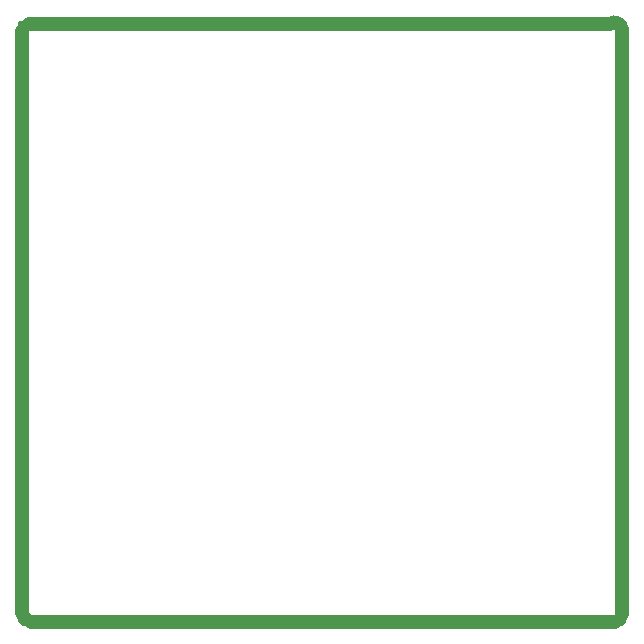
<source format=gm1>
G04 Layer_Color=16711935*
%FSLAX44Y44*%
%MOMM*%
G71*
G01*
G75*
%ADD50C,1.2000*%
D50*
X501300Y492760D02*
G03*
X491608Y497490I-6000J0D01*
G01*
X501300Y492760D02*
G03*
X491608Y497490I-6000J0D01*
G01*
X495300Y-8540D02*
G03*
X501300Y-2540I0J6000D01*
G01*
X495300Y-8540D02*
G03*
X501300Y-2540I0J6000D01*
G01*
X0Y497490D02*
G03*
X-6000Y491490I0J-6000D01*
G01*
X0Y497490D02*
G03*
X-6000Y491490I0J-6000D01*
G01*
Y-1270D02*
G03*
X-4243Y-5513I6000J0D01*
G01*
X-2973Y-6783D02*
G03*
X1270Y-8540I4243J4243D01*
G01*
X-2973Y-6783D02*
G03*
X1270Y-8540I4243J4243D01*
G01*
X-6000Y-1270D02*
G03*
X-4243Y-5513I6000J0D01*
G01*
X501300Y-2540D02*
Y492760D01*
X0Y497490D02*
X491608D01*
X-6000Y-1270D02*
Y491490D01*
X1270Y-8540D02*
X495300D01*
X-4243Y-5513D02*
X-2973Y-6783D01*
M02*

</source>
